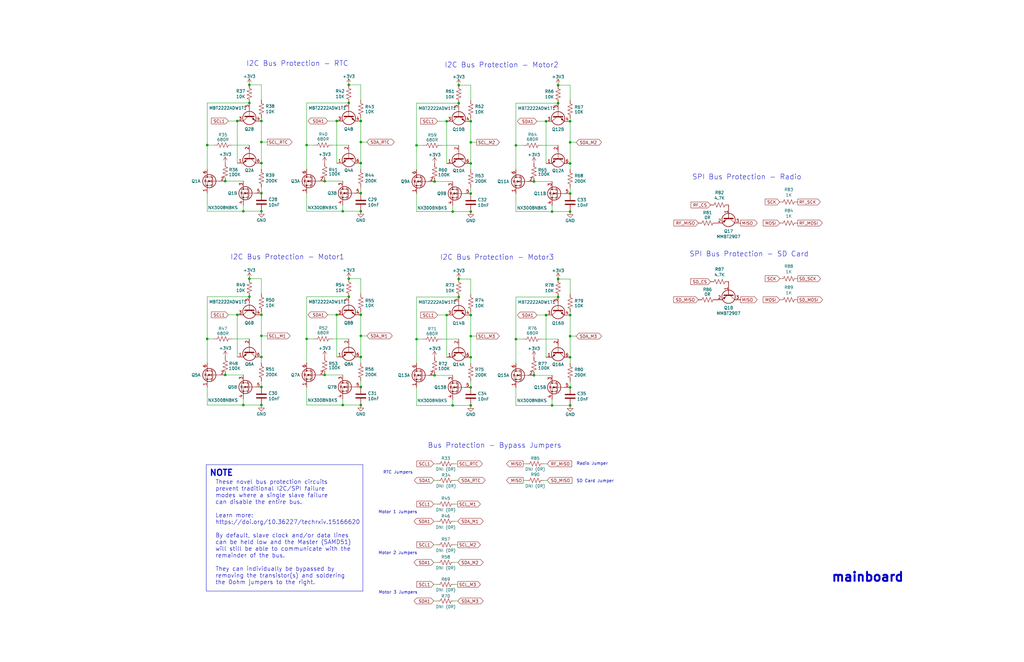
<source format=kicad_sch>
(kicad_sch (version 20230121) (generator eeschema)
  (paper "B")
  (title_block (title "PyCubed Mini") (date "2023-04-11") (rev "B3/02") (company "RExLab Carnegie Mellon University") (comment 1 "Z.Manchester") (comment 2 "N.Khera") (comment 3 "M.Holliday"))
  (junction (at 240.411 163.449))
  (junction (at 110.236 150.622))
  (junction (at 105.156 43.434))
  (junction (at 198.501 163.449))
  (junction (at 235.331 117.729))
  (junction (at 217.551 61.341))
  (junction (at 147.066 125.222))
  (junction (at 240.411 89.281))
  (junction (at 141.986 132.842))
  (junction (at 100.076 132.842))
  (junction (at 217.551 143.129))
  (junction (at 136.906 76.454))
  (junction (at 198.501 60.071))
  (junction (at 94.996 76.454))
  (junction (at 190.881 89.281))
  (junction (at 175.641 143.129))
  (junction (at 152.146 163.322))
  (junction (at 198.501 141.859))
  (junction (at 144.526 170.942))
  (junction (at 110.236 132.842))
  (junction (at 193.421 43.561))
  (junction (at 235.331 43.561))
  (junction (at 110.236 59.944))
  (junction (at 152.146 68.834))
  (junction (at 198.501 89.281))
  (junction (at 225.171 158.369))
  (junction (at 235.331 125.349))
  (junction (at 152.146 81.534))
  (junction (at 144.526 89.154))
  (junction (at 232.791 171.069))
  (junction (at 193.421 125.349))
  (junction (at 152.146 51.054))
  (junction (at 147.066 117.602))
  (junction (at 225.171 76.581))
  (junction (at 141.986 51.054))
  (junction (at 198.501 171.069))
  (junction (at 152.146 89.154))
  (junction (at 240.411 141.859))
  (junction (at 152.146 150.622))
  (junction (at 240.411 171.069))
  (junction (at 240.411 60.071))
  (junction (at 110.236 68.834))
  (junction (at 110.236 170.942))
  (junction (at 105.156 125.222))
  (junction (at 232.791 89.281))
  (junction (at 230.251 132.969))
  (junction (at 152.146 132.842))
  (junction (at 175.641 61.341))
  (junction (at 105.156 117.602))
  (junction (at 240.411 132.969))
  (junction (at 235.331 35.941))
  (junction (at 87.376 61.214))
  (junction (at 190.881 171.069))
  (junction (at 102.616 89.154))
  (junction (at 129.286 143.002))
  (junction (at 240.411 51.181))
  (junction (at 110.236 163.322))
  (junction (at 100.076 51.054))
  (junction (at 198.501 68.961))
  (junction (at 198.501 81.661))
  (junction (at 230.251 51.181))
  (junction (at 105.156 35.814))
  (junction (at 240.411 150.749))
  (junction (at 110.236 141.732))
  (junction (at 198.501 51.181))
  (junction (at 94.996 158.242))
  (junction (at 147.066 43.434))
  (junction (at 152.146 170.942))
  (junction (at 188.341 51.181))
  (junction (at 136.906 158.242))
  (junction (at 193.421 117.729))
  (junction (at 102.616 170.942))
  (junction (at 198.501 132.969))
  (junction (at 110.236 51.054))
  (junction (at 87.376 143.002))
  (junction (at 152.146 59.944))
  (junction (at 147.066 35.814))
  (junction (at 198.501 150.749))
  (junction (at 193.421 35.941))
  (junction (at 110.236 81.534))
  (junction (at 188.341 132.969))
  (junction (at 183.261 76.581))
  (junction (at 129.286 61.214))
  (junction (at 240.411 68.961))
  (junction (at 240.411 81.661))
  (junction (at 152.146 141.732))
  (junction (at 110.236 89.154))
  (junction (at 183.261 158.369))
  (wire (pts (xy 141.986 51.054) (xy 141.986 68.834)))
  (wire (pts (xy 193.04 253.619) (xy 191.77 253.619)))
  (wire (pts (xy 175.641 43.561) (xy 193.421 43.561)))
  (wire (pts (xy 110.236 117.602) (xy 105.156 117.602)))
  (wire (pts (xy 240.411 35.941) (xy 235.331 35.941)))
  (wire (pts (xy 175.641 89.281) (xy 190.881 89.281)))
  (wire (pts (xy 87.376 89.154) (xy 102.616 89.154)))
  (wire (pts (xy 201.041 60.071) (xy 198.501 60.071)))
  (wire (pts (xy 87.376 143.002) (xy 87.376 125.222)))
  (wire (pts (xy 198.501 60.071) (xy 198.501 51.181)))
  (wire (pts (xy 129.286 81.534) (xy 129.286 89.154)))
  (wire (pts (xy 152.146 42.164) (xy 152.146 35.814)))
  (wire (pts (xy 129.286 143.002) (xy 129.286 125.222)))
  (wire (pts (xy 110.236 42.164) (xy 110.236 35.814)))
  (wire (pts (xy 87.376 61.214) (xy 87.376 43.434)))
  (wire (pts (xy 110.236 71.374) (xy 110.236 68.834)))
  (wire (pts (xy 240.411 153.289) (xy 240.411 150.749)))
  (wire (pts (xy 198.501 131.699) (xy 198.501 132.969)))
  (wire (pts (xy 193.04 219.964) (xy 191.77 219.964)))
  (wire (pts (xy 144.526 168.402) (xy 144.526 170.942)))
  (wire (pts (xy 220.599 195.707) (xy 221.869 195.707)))
  (wire (pts (xy 201.041 141.859) (xy 198.501 141.859)))
  (wire (pts (xy 232.791 86.741) (xy 232.791 89.281)))
  (wire (pts (xy 230.759 195.707) (xy 229.489 195.707)))
  (wire (pts (xy 129.286 43.434) (xy 147.066 43.434)))
  (wire (pts (xy 183.261 76.581) (xy 190.881 76.581)))
  (wire (pts (xy 87.376 61.214) (xy 90.17 61.214)))
  (wire (pts (xy 102.616 168.402) (xy 102.616 170.942)))
  (wire (pts (xy 188.341 132.969) (xy 188.341 150.749)))
  (wire (pts (xy 230.251 51.181) (xy 230.251 68.961)))
  (wire (pts (xy 129.286 163.322) (xy 129.286 170.942)))
  (wire (pts (xy 94.996 158.242) (xy 102.616 158.242)))
  (wire (pts (xy 129.286 89.154) (xy 144.526 89.154)))
  (wire (pts (xy 175.641 143.129) (xy 178.435 143.129)))
  (wire (pts (xy 129.286 61.214) (xy 132.461 61.214)))
  (wire (pts (xy 198.501 68.961) (xy 198.501 60.071)))
  (wire (pts (xy 193.421 143.129) (xy 186.055 143.129)))
  (wire (pts (xy 190.881 89.281) (xy 198.501 89.281)))
  (wire (pts (xy 193.421 61.341) (xy 186.055 61.341)))
  (wire (pts (xy 240.411 42.291) (xy 240.411 35.941)))
  (wire (pts (xy 230.251 132.969) (xy 230.251 150.749)))
  (wire (pts (xy 94.996 76.454) (xy 102.616 76.454)))
  (wire (pts (xy 240.411 150.749) (xy 240.411 141.859)))
  (wire (pts (xy 152.146 123.952) (xy 152.146 117.602)))
  (wire (pts (xy 217.551 81.661) (xy 217.551 89.281)))
  (wire (pts (xy 138.176 51.054) (xy 141.986 51.054)))
  (wire (pts (xy 198.501 71.501) (xy 198.501 68.961)))
  (wire (pts (xy 230.759 202.692) (xy 229.489 202.692)))
  (wire (pts (xy 152.146 117.602) (xy 147.066 117.602)))
  (wire (pts (xy 102.616 89.154) (xy 110.236 89.154)))
  (wire (pts (xy 198.501 49.911) (xy 198.501 51.181)))
  (wire (pts (xy 152.146 150.622) (xy 152.146 141.732)))
  (wire (pts (xy 217.551 61.341) (xy 220.726 61.341)))
  (wire (pts (xy 175.641 143.129) (xy 175.641 125.349)))
  (wire (pts (xy 226.441 51.181) (xy 230.251 51.181)))
  (wire (pts (xy 129.286 61.214) (xy 129.286 43.434)))
  (polyline (pts (xy 153.035 196.088) (xy 86.995 196.088)))
  (wire (pts (xy 193.04 229.87) (xy 191.77 229.87)))
  (wire (pts (xy 152.146 59.944) (xy 152.146 51.054)))
  (wire (pts (xy 152.146 131.572) (xy 152.146 132.842)))
  (wire (pts (xy 217.551 143.129) (xy 217.551 125.349)))
  (wire (pts (xy 182.88 195.707) (xy 184.15 195.707)))
  (wire (pts (xy 152.146 160.782) (xy 152.146 163.322)))
  (wire (pts (xy 147.066 143.002) (xy 140.081 143.002)))
  (wire (pts (xy 240.411 160.909) (xy 240.411 163.449)))
  (wire (pts (xy 182.88 253.619) (xy 184.15 253.619)))
  (wire (pts (xy 110.236 59.944) (xy 110.236 51.054)))
  (wire (pts (xy 87.376 71.374) (xy 87.376 61.214)))
  (wire (pts (xy 240.411 60.071) (xy 240.411 51.181)))
  (wire (pts (xy 217.551 43.561) (xy 235.331 43.561)))
  (wire (pts (xy 242.951 141.859) (xy 240.411 141.859)))
  (wire (pts (xy 129.286 71.374) (xy 129.286 61.214)))
  (wire (pts (xy 175.641 125.349) (xy 193.421 125.349)))
  (wire (pts (xy 182.88 212.725) (xy 184.15 212.725)))
  (wire (pts (xy 110.236 131.572) (xy 110.236 132.842)))
  (wire (pts (xy 242.951 60.071) (xy 240.411 60.071)))
  (wire (pts (xy 129.286 125.222) (xy 147.066 125.222)))
  (wire (pts (xy 188.341 51.181) (xy 188.341 68.961)))
  (wire (pts (xy 193.04 237.363) (xy 191.77 237.363)))
  (wire (pts (xy 105.156 61.214) (xy 97.79 61.214)))
  (wire (pts (xy 220.599 202.692) (xy 221.869 202.692)))
  (wire (pts (xy 217.551 153.289) (xy 217.551 143.129)))
  (wire (pts (xy 182.88 229.87) (xy 184.15 229.87)))
  (wire (pts (xy 175.641 61.341) (xy 175.641 43.561)))
  (wire (pts (xy 182.88 246.634) (xy 184.15 246.634)))
  (wire (pts (xy 240.411 131.699) (xy 240.411 132.969)))
  (wire (pts (xy 232.791 168.529) (xy 232.791 171.069)))
  (wire (pts (xy 183.261 158.369) (xy 190.881 158.369)))
  (wire (pts (xy 175.641 61.341) (xy 178.435 61.341)))
  (wire (pts (xy 105.156 143.002) (xy 97.79 143.002)))
  (wire (pts (xy 87.376 81.534) (xy 87.376 89.154)))
  (wire (pts (xy 110.236 141.732) (xy 110.236 132.842)))
  (wire (pts (xy 110.236 68.834) (xy 110.236 59.944)))
  (wire (pts (xy 87.376 143.002) (xy 90.17 143.002)))
  (polyline (pts (xy 86.995 249.428) (xy 153.035 249.428)))
  (wire (pts (xy 87.376 43.434) (xy 105.156 43.434)))
  (wire (pts (xy 87.376 153.162) (xy 87.376 143.002)))
  (wire (pts (xy 182.88 237.363) (xy 184.15 237.363)))
  (wire (pts (xy 87.376 125.222) (xy 105.156 125.222)))
  (wire (pts (xy 136.906 158.242) (xy 144.526 158.242)))
  (wire (pts (xy 198.501 153.289) (xy 198.501 150.749)))
  (wire (pts (xy 152.146 141.732) (xy 152.146 132.842)))
  (wire (pts (xy 184.531 51.181) (xy 188.341 51.181)))
  (wire (pts (xy 198.501 124.079) (xy 198.501 117.729)))
  (wire (pts (xy 182.88 219.964) (xy 184.15 219.964)))
  (wire (pts (xy 129.286 153.162) (xy 129.286 143.002)))
  (wire (pts (xy 175.641 163.449) (xy 175.641 171.069)))
  (wire (pts (xy 198.501 141.859) (xy 198.501 132.969)))
  (wire (pts (xy 154.686 59.944) (xy 152.146 59.944)))
  (wire (pts (xy 240.411 117.729) (xy 235.331 117.729)))
  (wire (pts (xy 112.776 59.944) (xy 110.236 59.944)))
  (wire (pts (xy 240.411 49.911) (xy 240.411 51.181)))
  (wire (pts (xy 144.526 89.154) (xy 152.146 89.154)))
  (wire (pts (xy 240.411 79.121) (xy 240.411 81.661)))
  (wire (pts (xy 232.791 89.281) (xy 240.411 89.281)))
  (wire (pts (xy 190.881 86.741) (xy 190.881 89.281)))
  (wire (pts (xy 152.146 35.814) (xy 147.066 35.814)))
  (wire (pts (xy 193.04 246.634) (xy 191.77 246.634)))
  (wire (pts (xy 235.331 61.341) (xy 228.346 61.341)))
  (wire (pts (xy 136.906 76.454) (xy 144.526 76.454)))
  (wire (pts (xy 184.531 132.969) (xy 188.341 132.969)))
  (wire (pts (xy 240.411 124.079) (xy 240.411 117.729)))
  (wire (pts (xy 175.641 153.289) (xy 175.641 143.129)))
  (wire (pts (xy 100.076 132.842) (xy 100.076 150.622)))
  (wire (pts (xy 154.686 141.732) (xy 152.146 141.732)))
  (wire (pts (xy 152.146 153.162) (xy 152.146 150.622)))
  (wire (pts (xy 87.376 163.322) (xy 87.376 170.942)))
  (wire (pts (xy 110.236 49.784) (xy 110.236 51.054)))
  (polyline (pts (xy 86.995 196.088) (xy 86.995 249.428)))
  (wire (pts (xy 152.146 49.784) (xy 152.146 51.054)))
  (wire (pts (xy 232.791 171.069) (xy 240.411 171.069)))
  (wire (pts (xy 102.616 170.942) (xy 110.236 170.942)))
  (wire (pts (xy 112.776 141.732) (xy 110.236 141.732)))
  (wire (pts (xy 144.526 170.942) (xy 152.146 170.942)))
  (wire (pts (xy 138.176 132.842) (xy 141.986 132.842)))
  (wire (pts (xy 198.501 150.749) (xy 198.501 141.859)))
  (wire (pts (xy 110.236 123.952) (xy 110.236 117.602)))
  (wire (pts (xy 144.526 86.614) (xy 144.526 89.154)))
  (wire (pts (xy 225.171 76.581) (xy 232.791 76.581)))
  (wire (pts (xy 226.441 132.969) (xy 230.251 132.969)))
  (wire (pts (xy 87.376 170.942) (xy 102.616 170.942)))
  (wire (pts (xy 96.266 132.842) (xy 100.076 132.842)))
  (wire (pts (xy 193.04 212.725) (xy 191.77 212.725)))
  (wire (pts (xy 100.076 51.054) (xy 100.076 68.834)))
  (polyline (pts (xy 153.035 249.428) (xy 153.035 196.088)))
  (wire (pts (xy 110.236 78.994) (xy 110.236 81.534)))
  (wire (pts (xy 152.146 78.994) (xy 152.146 81.534)))
  (wire (pts (xy 217.551 143.129) (xy 220.726 143.129)))
  (wire (pts (xy 110.236 35.814) (xy 105.156 35.814)))
  (wire (pts (xy 198.501 160.909) (xy 198.501 163.449)))
  (wire (pts (xy 110.236 153.162) (xy 110.236 150.622)))
  (wire (pts (xy 217.551 125.349) (xy 235.331 125.349)))
  (wire (pts (xy 190.881 171.069) (xy 198.501 171.069)))
  (wire (pts (xy 198.501 117.729) (xy 193.421 117.729)))
  (wire (pts (xy 240.411 68.961) (xy 240.411 60.071)))
  (wire (pts (xy 198.501 42.291) (xy 198.501 35.941)))
  (wire (pts (xy 102.616 86.614) (xy 102.616 89.154)))
  (wire (pts (xy 217.551 71.501) (xy 217.551 61.341)))
  (wire (pts (xy 147.066 61.214) (xy 140.081 61.214)))
  (wire (pts (xy 225.171 158.369) (xy 232.791 158.369)))
  (wire (pts (xy 129.286 170.942) (xy 144.526 170.942)))
  (wire (pts (xy 240.411 71.501) (xy 240.411 68.961)))
  (wire (pts (xy 110.236 160.782) (xy 110.236 163.322)))
  (wire (pts (xy 152.146 68.834) (xy 152.146 59.944)))
  (wire (pts (xy 217.551 163.449) (xy 217.551 171.069)))
  (wire (pts (xy 175.641 81.661) (xy 175.641 89.281)))
  (wire (pts (xy 175.641 171.069) (xy 190.881 171.069)))
  (wire (pts (xy 129.286 143.002) (xy 132.461 143.002)))
  (wire (pts (xy 152.146 71.374) (xy 152.146 68.834)))
  (wire (pts (xy 217.551 89.281) (xy 232.791 89.281)))
  (wire (pts (xy 190.881 168.529) (xy 190.881 171.069)))
  (wire (pts (xy 193.04 195.707) (xy 191.77 195.707)))
  (wire (pts (xy 96.266 51.054) (xy 100.076 51.054)))
  (wire (pts (xy 183.007 202.692) (xy 184.277 202.692)))
  (wire (pts (xy 110.236 150.622) (xy 110.236 141.732)))
  (wire (pts (xy 217.551 171.069) (xy 232.791 171.069)))
  (wire (pts (xy 193.04 202.692) (xy 191.897 202.692)))
  (wire (pts (xy 198.501 35.941) (xy 193.421 35.941)))
  (wire (pts (xy 217.551 61.341) (xy 217.551 43.561)))
  (wire (pts (xy 198.501 79.121) (xy 198.501 81.661)))
  (wire (pts (xy 240.411 141.859) (xy 240.411 132.969)))
  (wire (pts (xy 175.641 71.501) (xy 175.641 61.341)))
  (wire (pts (xy 235.331 143.129) (xy 228.346 143.129)))
  (wire (pts (xy 141.986 132.842) (xy 141.986 150.622)))
  (text "Motor 3 Jumpers" (at 159.639 250.825 0) (effects (font (size 1.27 1.27)) (justify left bottom)))
  (text "I2C Bus Protection - RTC" (at 103.886 28.194 0) (effects (font (size 2.159 2.159)) (justify left bottom)))
  (text "I2C Bus Protection - Motor3" (at 185.547 109.982 0) (effects (font (size 2.159 2.159)) (justify left bottom)))
  (text "I2C Bus Protection - Motor2" (at 187.452 28.829 0) (effects (font (size 2.159 2.159)) (justify left bottom)))
  (text "Motor 1 Jumpers" (at 159.512 216.916 0) (effects (font (size 1.27 1.27)) (justify left bottom)))
  (text "NOTE" (at 88.265 201.168 0) (effects (font (size 2.54 2.54) (thickness 0.508) bold) (justify left bottom)))
  (text "SPI Bus Protection - SD Card" (at 290.703 108.585 0) (effects (font (size 2.159 2.159)) (justify left bottom)))
  (text "Bus Protection - Bypass Jumpers" (at 180.34 189.357 0) (effects (font (size 2.159 2.159)) (justify left bottom)))
  (text "I2C Bus Protection - Motor1" (at 97.155 109.855 0) (effects (font (size 2.159 2.159)) (justify left bottom)))
  (text "RTC Jumpers" (at 161.544 200.152 0) (effects (font (size 1.27 1.27)) (justify left bottom)))
  (text "Radio Jumper" (at 243.078 196.469 0) (effects (font (size 1.27 1.27)) (justify left bottom)))
  (text "mainboard" (at 350.393 245.872 0) (effects (font (size 3.81 3.81) (thickness 0.7976) bold) (justify left bottom)))
  (text "SPI Bus Protection - Radio" (at 291.846 76.073 0) (effects (font (size 2.159 2.159)) (justify left bottom)))
  (text "SD Card Jumper" (at 243.078 203.835 0) (effects (font (size 1.27 1.27)) (justify left bottom)))
  (text "Motor 2 Jumpers" (at 159.512 234.188 0) (effects (font (size 1.27 1.27)) (justify left bottom)))
  (text "These novel bus protection circuits\nprevent traditional I2C/SPI failure \nmodes where a single slave failure\ncan disable the entire bus.\n\nLearn more: \nhttps://doi.org/10.36227/techrxiv.15166620\n\nBy default, slave clock and/or data lines \ncan be held low and the Master (SAMD51) \nwill still be able to communicate with the \nremainder of the bus.\n\nThey can individually be bypassed by \nremoving the transistor(s) and soldering\nthe 0ohm jumpers to the right." (at 90.805 246.888 0) (effects (font (size 1.7526 1.7526)) (justify left bottom)))
  (global_label "SCL_M1" (shape output) (at 112.776 141.732 0) (property "Intersheetrefs" "${INTERSHEET_REFS}" (effects hide)))
  (global_label "SCL1" (shape input) (at 182.88 195.707 180) (property "Intersheetrefs" "${INTERSHEET_REFS}" (effects hide)))
  (global_label "SDA1" (shape bidirectional) (at 183.007 202.692 180) (property "Intersheetrefs" "${INTERSHEET_REFS}" (effects hide)))
  (global_label "SDA_RTC" (shape bidirectional) (at 154.686 59.944 0) (property "Intersheetrefs" "${INTERSHEET_REFS}" (effects hide)))
  (global_label "SCK" (shape input) (at 328.803 85.217 180) (property "Intersheetrefs" "${INTERSHEET_REFS}" (effects hide)))
  (global_label "SDA1" (shape bidirectional) (at 182.88 253.619 180) (property "Intersheetrefs" "${INTERSHEET_REFS}" (effects hide)))
  (global_label "SCL1" (shape input) (at 182.88 246.634 180) (property "Intersheetrefs" "${INTERSHEET_REFS}" (effects hide)))
  (global_label "SDA1" (shape bidirectional) (at 226.441 51.181 180) (property "Intersheetrefs" "${INTERSHEET_REFS}" (effects hide)))
  (global_label "SDA1" (shape bidirectional) (at 138.176 51.054 180) (property "Intersheetrefs" "${INTERSHEET_REFS}" (effects hide)))
  (global_label "SDA_M2" (shape bidirectional) (at 193.04 237.363 0) (property "Intersheetrefs" "${INTERSHEET_REFS}" (effects hide)))
  (global_label "SD_SCK" (shape output) (at 336.423 117.602 0) (property "Intersheetrefs" "${INTERSHEET_REFS}" (effects hide)))
  (global_label "SD_CS" (shape input) (at 299.593 118.872 180) (property "Intersheetrefs" "${INTERSHEET_REFS}" (effects hide)))
  (global_label "SDA_M1" (shape bidirectional) (at 193.04 219.964 0) (property "Intersheetrefs" "${INTERSHEET_REFS}" (effects hide)))
  (global_label "SDA1" (shape bidirectional) (at 182.88 237.363 180) (property "Intersheetrefs" "${INTERSHEET_REFS}" (effects hide)))
  (global_label "SCL1" (shape input) (at 182.88 229.87 180) (property "Intersheetrefs" "${INTERSHEET_REFS}" (effects hide)))
  (global_label "SCL1" (shape input) (at 184.531 51.181 180) (property "Intersheetrefs" "${INTERSHEET_REFS}" (effects hide)))
  (global_label "SCL_M1" (shape output) (at 193.04 212.725 0) (property "Intersheetrefs" "${INTERSHEET_REFS}" (effects hide)))
  (global_label "SCL1" (shape input) (at 182.88 212.725 180) (property "Intersheetrefs" "${INTERSHEET_REFS}" (effects hide)))
  (global_label "SCL1" (shape input) (at 184.531 132.969 180) (property "Intersheetrefs" "${INTERSHEET_REFS}" (effects hide)))
  (global_label "SCL1" (shape input) (at 96.266 51.054 180) (property "Intersheetrefs" "${INTERSHEET_REFS}" (effects hide)))
  (global_label "SCK" (shape input) (at 328.803 117.602 180) (property "Intersheetrefs" "${INTERSHEET_REFS}" (effects hide)))
  (global_label "SDA1" (shape bidirectional) (at 138.176 132.842 180) (property "Intersheetrefs" "${INTERSHEET_REFS}" (effects hide)))
  (global_label "SDA1" (shape bidirectional) (at 226.441 132.969 180) (property "Intersheetrefs" "${INTERSHEET_REFS}" (effects hide)))
  (global_label "SDA_M3" (shape bidirectional) (at 242.951 141.859 0) (property "Intersheetrefs" "${INTERSHEET_REFS}" (effects hide)))
  (global_label "SCL_RTC" (shape output) (at 193.04 195.707 0) (property "Intersheetrefs" "${INTERSHEET_REFS}" (effects hide)))
  (global_label "RF_MOSI" (shape output) (at 336.423 94.107 0) (property "Intersheetrefs" "${INTERSHEET_REFS}" (effects hide)))
  (global_label "SD_MISO" (shape input) (at 294.513 126.492 180) (property "Intersheetrefs" "${INTERSHEET_REFS}" (effects hide)))
  (global_label "SCL1" (shape input) (at 96.266 132.842 180) (property "Intersheetrefs" "${INTERSHEET_REFS}" (effects hide)))
  (global_label "SD_MOSI" (shape output) (at 336.423 126.492 0) (property "Intersheetrefs" "${INTERSHEET_REFS}" (effects hide)))
  (global_label "SD_MISO" (shape input) (at 230.759 202.692 0) (property "Intersheetrefs" "${INTERSHEET_REFS}" (effects hide)))
  (global_label "SDA1" (shape bidirectional) (at 182.88 219.964 180) (property "Intersheetrefs" "${INTERSHEET_REFS}" (effects hide)))
  (global_label "SCL_RTC" (shape output) (at 112.776 59.944 0) (property "Intersheetrefs" "${INTERSHEET_REFS}" (effects hide)))
  (global_label "RF_MISO" (shape input) (at 230.759 195.707 0) (property "Intersheetrefs" "${INTERSHEET_REFS}" (effects hide)))
  (global_label "SDA_RTC" (shape bidirectional) (at 193.04 202.692 0) (property "Intersheetrefs" "${INTERSHEET_REFS}" (effects hide)))
  (global_label "RF_SCK" (shape output) (at 336.423 85.217 0) (property "Intersheetrefs" "${INTERSHEET_REFS}" (effects hide)))
  (global_label "MISO" (shape output) (at 220.599 195.707 180) (property "Intersheetrefs" "${INTERSHEET_REFS}" (effects hide)))
  (global_label "MISO" (shape output) (at 312.293 94.107 0) (property "Intersheetrefs" "${INTERSHEET_REFS}" (effects hide)))
  (global_label "RF_CS" (shape input) (at 299.593 86.487 180) (property "Intersheetrefs" "${INTERSHEET_REFS}" (effects hide)))
  (global_label "SDA_M3" (shape bidirectional) (at 193.04 253.619 0) (property "Intersheetrefs" "${INTERSHEET_REFS}" (effects hide)))
  (global_label "MOSI" (shape input) (at 328.803 94.107 180) (property "Intersheetrefs" "${INTERSHEET_REFS}" (effects hide)))
  (global_label "SCL_M2" (shape output) (at 193.04 229.87 0) (property "Intersheetrefs" "${INTERSHEET_REFS}" (effects hide)))
  (global_label "MISO" (shape output) (at 312.293 126.492 0) (property "Intersheetrefs" "${INTERSHEET_REFS}" (effects hide)))
  (global_label "MOSI" (shape input) (at 328.803 126.492 180) (property "Intersheetrefs" "${INTERSHEET_REFS}" (effects hide)))
  (global_label "SCL_M3" (shape output) (at 193.04 246.634 0) (property "Intersheetrefs" "${INTERSHEET_REFS}" (effects hide)))
  (global_label "SCL_M3" (shape output) (at 201.041 141.859 0) (property "Intersheetrefs" "${INTERSHEET_REFS}" (effects hide)))
  (global_label "SDA_M1" (shape bidirectional) (at 154.686 141.732 0) (property "Intersheetrefs" "${INTERSHEET_REFS}" (effects hide)))
  (global_label "MISO" (shape output) (at 220.599 202.692 180) (property "Intersheetrefs" "${INTERSHEET_REFS}" (effects hide)))
  (global_label "RF_MISO" (shape input) (at 294.513 94.107 180) (property "Intersheetrefs" "${INTERSHEET_REFS}" (effects hide)))
  (global_label "SCL_M2" (shape output) (at 201.041 60.071 0) (property "Intersheetrefs" "${INTERSHEET_REFS}" (effects hide)))
  (global_label "SDA_M2" (shape bidirectional) (at 242.951 60.071 0) (property "Intersheetrefs" "${INTERSHEET_REFS}" (effects hide)))
  (symbol (lib_id "Transistor_BJT:MBT2222ADW1T1") (at 193.421 66.421 270) (unit 1)
    (property "Reference" "Q10" (at 193.421 72.009 90))
    (property "Value" "MBT2222ADW1T1" (effects hide))
    (property "Footprint" "Package_TO_SOT_SMD:SOT-363_SC-70-6" (effects hide))
    (property "Datasheet" "http://www.onsemi.com/pub_link/Collateral/MBT2222ADW1T1-D.PDF" (effects hide))
    (property "Description" "Dual NPN BJT - 2NPN" (effects hide))
    (property "Flight" "MBT2222ADW1T1G" (effects hide))
    (property "Manufacturer_Name" "ON Semiconductor" (effects hide))
    (property "Manufacturer_Part_Number" "MBT2222ADW1T1G" (effects hide))
    (property "Proto" "MBT2222ADW1T1G" (effects hide))
  )
  (symbol (lib_id "Device:R_US") (at 298.323 126.492 270) (unit 1)
    (property "Reference" "R86" (at 298.323 122.174 90))
    (property "Value" "0R" (at 298.323 124.206 90))
    (property "Footprint" "Resistor_SMD:R_0603_1608Metric" (effects hide))
    (property "Description" "0 0603" (effects hide))
  )
  (symbol (lib_id "Device:R_US") (at 225.679 202.692 270) (unit 1)
    (property "Reference" "R90" (at 225.679 200.279 90))
    (property "Value" "DNI (0R)" (at 225.679 205.105 90))
    (property "Footprint" "Resistor_SMD:R_0603_1608Metric" (effects hide))
    (property "DNI" "DNI" (effects hide))
    (property "Description" "0 0603" (effects hide))
  )
  (symbol (lib_id "Transistor_BJT:MBT2222ADW1T1") (at 235.331 66.421 270) (unit 1)
    (property "Reference" "Q12" (at 235.331 72.009 90))
    (property "Value" "MBT2222ADW1T1" (effects hide))
    (property "Footprint" "Package_TO_SOT_SMD:SOT-363_SC-70-6" (effects hide))
    (property "Datasheet" "http://www.onsemi.com/pub_link/Collateral/MBT2222ADW1T1-D.PDF" (effects hide))
    (property "Description" "Dual NPN BJT - 2NPN" (effects hide))
    (property "Flight" "MBT2222ADW1T1G" (effects hide))
    (property "Manufacturer_Name" "ON Semiconductor" (effects hide))
    (property "Manufacturer_Part_Number" "MBT2222ADW1T1G" (effects hide))
    (property "Proto" "MBT2222ADW1T1G" (effects hide))
  )
  (symbol (lib_id "power:GND") (at 110.236 89.154 0) (unit 1)
    (property "Reference" "#PWR0144" (effects hide))
    (property "Value" "GND" (at 110.236 92.964 0))
  )
  (symbol (lib_id "Device:R_US") (at 110.236 45.974 0) (unit 1)
    (property "Reference" "R38" (at 111.9632 44.8056 0) (effects (justify left)))
    (property "Value" "10K" (at 111.9632 47.117 0) (effects (justify left)))
    (property "Footprint" "Resistor_SMD:R_0603_1608Metric" (effects hide))
    (property "Description" "10K 0603" (effects hide))
  )
  (symbol (lib_id "power:+3V3") (at 105.156 35.814 0) (unit 1)
    (property "Reference" "#PWR0140" (effects hide))
    (property "Value" "+3V3" (at 105.156 32.258 0))
  )
  (symbol (lib_id "mainboard:NX3008NBKS") (at 192.151 163.449 0) (mirror y) (unit 2)
    (property "Reference" "Q13" (at 188.341 163.449 0) (effects (justify left)))
    (property "Value" "NX3008NBKS" (effects hide))
    (property "Footprint" "Package_TO_SOT_SMD:SOT-363_SC-70-6" (effects hide))
    (property "Datasheet" "https://assets.nexperia.com/documents/data-sheet/NX3008NBKS.pdf" (effects hide))
    (property "Description" "Dual N-Channel MOSFET - 2NMOS" (effects hide))
    (property "Manufacturer_Name" "Nexperia USA Inc." (effects hide))
    (property "Manufacturer_Part_Number" "NX3008NBKS" (effects hide))
    (property "Proto" "BSS138DWQ-7" (effects hide))
  )
  (symbol (lib_id "Device:R_US") (at 193.421 121.539 0) (unit 1)
    (property "Reference" "R73" (at 191.7192 120.3706 0) (effects (justify right)))
    (property "Value" "10K" (at 191.7192 122.682 0) (effects (justify right)))
    (property "Footprint" "Resistor_SMD:R_0603_1608Metric" (effects hide))
    (property "Description" "10K 0603" (effects hide))
  )
  (symbol (lib_id "mainboard:NX3008NBKS") (at 130.556 158.242 0) (mirror y) (unit 1)
    (property "Reference" "Q7" (at 126.492 158.242 0) (effects (justify left)))
    (property "Value" "NX3008NBKS" (at 142.367 168.91 0) (effects (justify left)))
    (property "Footprint" "Package_TO_SOT_SMD:SOT-363_SC-70-6" (effects hide))
    (property "Datasheet" "https://assets.nexperia.com/documents/data-sheet/NX3008NBKS.pdf" (effects hide))
    (property "Description" "Dual N-Channel MOSFET - 2NMOS" (effects hide))
    (property "Manufacturer_Name" "Nexperia USA Inc." (effects hide))
    (property "Manufacturer_Part_Number" "NX3008NBKS" (effects hide))
    (property "Proto" "BSS138DWQ-7" (effects hide))
  )
  (symbol (lib_id "Device:R_US") (at 136.906 154.432 0) (unit 1)
    (property "Reference" "R53" (at 138.557 153.416 0) (effects (justify left)))
    (property "Value" "100K" (at 138.557 155.194 0) (effects (justify left)))
    (property "Footprint" "Resistor_SMD:R_0603_1608Metric" (effects hide))
    (property "Description" "100K 0603" (effects hide))
  )
  (symbol (lib_id "Device:R_US") (at 183.261 72.771 0) (unit 1)
    (property "Reference" "R60" (at 184.785 71.755 0) (effects (justify left)))
    (property "Value" "100K" (at 184.658 73.787 0) (effects (justify left)))
    (property "Footprint" "Resistor_SMD:R_0603_1608Metric" (effects hide))
    (property "Description" "100K 0603" (effects hide))
  )
  (symbol (lib_id "mainboard:NX3008NBKS") (at 103.886 163.322 0) (mirror y) (unit 2)
    (property "Reference" "Q5" (at 100.076 163.322 0) (effects (justify left)))
    (property "Value" "NX3008NBKS" (effects hide))
    (property "Footprint" "Package_TO_SOT_SMD:SOT-363_SC-70-6" (effects hide))
    (property "Datasheet" "https://assets.nexperia.com/documents/data-sheet/NX3008NBKS.pdf" (effects hide))
    (property "Description" "Dual N-Channel MOSFET - 2NMOS" (effects hide))
    (property "Manufacturer_Name" "Nexperia USA Inc." (effects hide))
    (property "Manufacturer_Part_Number" "NX3008NBKS" (effects hide))
    (property "Proto" "BSS138DWQ-7" (effects hide))
  )
  (symbol (lib_id "power:GND") (at 152.146 170.942 0) (unit 1)
    (property "Reference" "#PWR0156" (effects hide))
    (property "Value" "GND" (at 152.146 174.752 0))
  )
  (symbol (lib_id "Transistor_BJT:MBT2222ADW1T1") (at 235.331 130.429 90) (mirror x) (unit 2)
    (property "Reference" "Q16" (at 235.331 136.398 90))
    (property "Value" "MBT2222ADW1T1" (at 226.314 127.508 90))
    (property "Footprint" "Package_TO_SOT_SMD:SOT-363_SC-70-6" (effects hide))
    (property "Datasheet" "http://www.onsemi.com/pub_link/Collateral/MBT2222ADW1T1-D.PDF" (effects hide))
    (property "Description" "Dual NPN BJT - 2NPN" (effects hide))
    (property "Flight" "MBT2222ADW1T1G" (effects hide))
    (property "Manufacturer_Name" "ON Semiconductor" (effects hide))
    (property "Manufacturer_Part_Number" "MBT2222ADW1T1G" (effects hide))
    (property "Proto" "MBT2222ADW1T1G" (effects hide))
  )
  (symbol (lib_id "Device:R_US") (at 187.96 246.634 270) (unit 1)
    (property "Reference" "R69" (at 187.96 244.475 90))
    (property "Value" "DNI (0R)" (at 187.96 248.92 90))
    (property "Footprint" "Resistor_SMD:R_0603_1608Metric" (effects hide))
    (property "DNI" "DNI" (effects hide))
    (property "Description" "0 0603" (effects hide))
  )
  (symbol (lib_id "Device:R_US") (at 193.421 39.751 0) (unit 1)
    (property "Reference" "R61" (at 191.7192 38.5826 0) (effects (justify right)))
    (property "Value" "10K" (at 191.7192 40.894 0) (effects (justify right)))
    (property "Footprint" "Resistor_SMD:R_0603_1608Metric" (effects hide))
    (property "Description" "10K 0603" (effects hide))
  )
  (symbol (lib_id "power:GND") (at 240.411 171.069 0) (unit 1)
    (property "Reference" "#PWR0153" (effects hide))
    (property "Value" "GND" (at 240.411 174.879 0))
  )
  (symbol (lib_id "power:+3V3") (at 105.156 117.602 0) (unit 1)
    (property "Reference" "#PWR0146" (effects hide))
    (property "Value" "+3V3" (at 105.156 114.046 0))
  )
  (symbol (lib_id "Device:R_US") (at 110.236 75.184 0) (unit 1)
    (property "Reference" "R39" (at 111.9632 74.0156 0) (effects (justify left)))
    (property "Value" "200K" (at 111.9632 76.327 0) (effects (justify left)))
    (property "Footprint" "Resistor_SMD:R_0603_1608Metric" (effects hide))
    (property "Description" "200K 0603" (effects hide))
  )
  (symbol (lib_id "mainboard:NX3008NBKS") (at 218.821 158.369 0) (mirror y) (unit 1)
    (property "Reference" "Q15" (at 214.757 158.369 0) (effects (justify left)))
    (property "Value" "NX3008NBKS" (at 230.632 169.037 0) (effects (justify left)))
    (property "Footprint" "Package_TO_SOT_SMD:SOT-363_SC-70-6" (effects hide))
    (property "Datasheet" "https://assets.nexperia.com/documents/data-sheet/NX3008NBKS.pdf" (effects hide))
    (property "Description" "Dual N-Channel MOSFET - 2NMOS" (effects hide))
    (property "Manufacturer_Name" "Nexperia USA Inc." (effects hide))
    (property "Manufacturer_Part_Number" "NX3008NBKS" (effects hide))
    (property "Proto" "BSS138DWQ-7" (effects hide))
  )
  (symbol (lib_id "Device:R_US") (at 187.96 219.964 270) (unit 1)
    (property "Reference" "R46" (at 187.96 217.805 90))
    (property "Value" "DNI (0R)" (at 187.96 222.504 90))
    (property "Footprint" "Resistor_SMD:R_0603_1608Metric" (effects hide))
    (property "DNI" "DNI" (effects hide))
    (property "Description" "0 0603" (effects hide))
  )
  (symbol (lib_id "Transistor_BJT:MBT2222ADW1T1") (at 105.156 66.294 270) (unit 1)
    (property "Reference" "Q2" (at 105.156 71.882 90))
    (property "Value" "MBT2222ADW1T1" (effects hide))
    (property "Footprint" "Package_TO_SOT_SMD:SOT-363_SC-70-6" (effects hide))
    (property "Datasheet" "http://www.onsemi.com/pub_link/Collateral/MBT2222ADW1T1-D.PDF" (effects hide))
    (property "Description" "Dual NPN BJT - 2NPN" (effects hide))
    (property "Flight" "MBT2222ADW1T1G" (effects hide))
    (property "Manufacturer_Name" "ON Semiconductor" (effects hide))
    (property "Manufacturer_Part_Number" "MBT2222ADW1T1G" (effects hide))
    (property "Proto" "MBT2222ADW1T1G" (effects hide))
  )
  (symbol (lib_id "Device:R_US") (at 147.066 39.624 0) (unit 1)
    (property "Reference" "R42" (at 145.3642 38.4556 0) (effects (justify right)))
    (property "Value" "10K" (at 145.3642 40.767 0) (effects (justify right)))
    (property "Footprint" "Resistor_SMD:R_0603_1608Metric" (effects hide))
    (property "Description" "10K 0603" (effects hide))
  )
  (symbol (lib_id "Device:R_US") (at 332.613 94.107 270) (unit 1)
    (property "Reference" "R84" (at 332.613 88.9 90))
    (property "Value" "1K" (at 332.613 91.2114 90))
    (property "Footprint" "Resistor_SMD:R_0603_1608Metric" (effects hide))
    (property "Description" "1K 0603" (effects hide))
  )
  (symbol (lib_id "Device:R_US") (at 136.271 143.002 270) (unit 1)
    (property "Reference" "R52" (at 136.271 138.43 90))
    (property "Value" "680R" (at 136.271 140.462 90))
    (property "Footprint" "Resistor_SMD:R_0603_1608Metric" (effects hide))
    (property "Description" "680 0603" (effects hide))
  )
  (symbol (lib_id "Device:C") (at 198.501 167.259 0) (unit 1)
    (property "Reference" "C34" (at 201.422 166.0906 0) (effects (justify left)))
    (property "Value" "10nF" (at 201.422 168.402 0) (effects (justify left)))
    (property "Footprint" "Capacitor_SMD:C_0603_1608Metric" (effects hide))
    (property "Description" "10nF +-10% 50V X7R" (effects hide))
  )
  (symbol (lib_id "Transistor_BJT:MBT2222ADW1T1") (at 105.156 130.302 90) (mirror x) (unit 2)
    (property "Reference" "Q6" (at 105.156 136.271 90))
    (property "Value" "MBT2222ADW1T1" (at 96.139 127.381 90))
    (property "Footprint" "Package_TO_SOT_SMD:SOT-363_SC-70-6" (effects hide))
    (property "Datasheet" "http://www.onsemi.com/pub_link/Collateral/MBT2222ADW1T1-D.PDF" (effects hide))
    (property "Description" "Dual NPN BJT - 2NPN" (effects hide))
    (property "Flight" "MBT2222ADW1T1G" (effects hide))
    (property "Manufacturer_Name" "ON Semiconductor" (effects hide))
    (property "Manufacturer_Part_Number" "MBT2222ADW1T1G" (effects hide))
    (property "Proto" "MBT2222ADW1T1G" (effects hide))
  )
  (symbol (lib_id "Device:R_US") (at 240.411 46.101 0) (unit 1)
    (property "Reference" "R67" (at 242.189 45.212 0) (effects (justify left)))
    (property "Value" "10K" (at 242.189 47.244 0) (effects (justify left)))
    (property "Footprint" "Resistor_SMD:R_0603_1608Metric" (effects hide))
    (property "Description" "10K 0603" (effects hide))
  )
  (symbol (lib_id "Device:R_US") (at 332.613 126.492 270) (unit 1)
    (property "Reference" "R89" (at 332.613 121.285 90))
    (property "Value" "1K" (at 332.613 123.5964 90))
    (property "Footprint" "Resistor_SMD:R_0603_1608Metric" (effects hide))
    (property "Description" "1K 0603" (effects hide))
  )
  (symbol (lib_id "Device:R_US") (at 240.411 127.889 0) (unit 1)
    (property "Reference" "R79" (at 242.189 127 0) (effects (justify left)))
    (property "Value" "10K" (at 242.189 129.032 0) (effects (justify left)))
    (property "Footprint" "Resistor_SMD:R_0603_1608Metric" (effects hide))
    (property "Description" "10K 0603" (effects hide))
  )
  (symbol (lib_id "Device:R_US") (at 182.245 61.341 270) (unit 1)
    (property "Reference" "R59" (at 182.245 57.023 90))
    (property "Value" "680R" (at 182.245 59.055 90))
    (property "Footprint" "Resistor_SMD:R_0603_1608Metric" (effects hide))
    (property "Description" "680 0603" (effects hide))
  )
  (symbol (lib_id "power:+3V3") (at 235.331 117.729 0) (unit 1)
    (property "Reference" "#PWR0152" (effects hide))
    (property "Value" "+3V3" (at 235.331 114.173 0))
  )
  (symbol (lib_id "Device:R_US") (at 303.403 118.872 270) (unit 1)
    (property "Reference" "R87" (at 303.403 113.665 90))
    (property "Value" "4.7K" (at 303.403 115.9764 90))
    (property "Footprint" "Resistor_SMD:R_0603_1608Metric" (effects hide))
    (property "Description" "4.7k 0603" (effects hide))
  )
  (symbol (lib_id "Device:C") (at 152.146 167.132 0) (unit 1)
    (property "Reference" "C31" (at 155.067 165.989 0) (effects (justify left)))
    (property "Value" "10nF" (at 155.067 168.275 0) (effects (justify left)))
    (property "Footprint" "Capacitor_SMD:C_0603_1608Metric" (effects hide))
    (property "Description" "10nF +-10% 50V X7R" (effects hide))
  )
  (symbol (lib_id "Device:R_US") (at 298.323 94.107 270) (unit 1)
    (property "Reference" "R81" (at 298.323 89.789 90))
    (property "Value" "0R" (at 298.323 91.821 90))
    (property "Footprint" "Resistor_SMD:R_0603_1608Metric" (effects hide))
    (property "Description" "0 0603" (effects hide))
  )
  (symbol (lib_id "power:+3V3") (at 225.171 68.961 0) (unit 1)
    (property "Reference" "#PWR0138" (effects hide))
    (property "Value" "+3V3" (at 225.171 65.278 0))
  )
  (symbol (lib_id "Device:R_US") (at 152.146 45.974 0) (unit 1)
    (property "Reference" "R43" (at 153.924 45.085 0) (effects (justify left)))
    (property "Value" "10K" (at 153.924 47.117 0) (effects (justify left)))
    (property "Footprint" "Resistor_SMD:R_0603_1608Metric" (effects hide))
    (property "Description" "10K 0603" (effects hide))
  )
  (symbol (lib_id "mainboard:MMBT2907") (at 307.213 123.952 270) (unit 1)
    (property "Reference" "Q18" (at 307.213 129.921 90))
    (property "Value" "MMBT2907" (at 307.213 132.2324 90))
    (property "Footprint" "Package_TO_SOT_SMD:SOT-23" (effects hide))
    (property "Datasheet" "https://www.diodes.com/assets/Datasheets/ds30040.pdf" (effects hide))
    (property "Description" "Single PNP BJT" (effects hide))
    (property "Flight" "MMBT2907ALT1G" (effects hide))
    (property "Manufacturer_Name" "ON Semiconductor" (effects hide))
    (property "Manufacturer_Part_Number" "MMBT2907ALT1G" (effects hide))
    (property "Proto" "MMBT2907A" (effects hide))
  )
  (symbol (lib_id "power:+3V3") (at 193.421 35.941 0) (unit 1)
    (property "Reference" "#PWR0139" (effects hide))
    (property "Value" "+3V3" (at 193.421 32.385 0))
  )
  (symbol (lib_id "Device:R_US") (at 198.501 127.889 0) (unit 1)
    (property "Reference" "R74" (at 200.2282 126.7206 0) (effects (justify left)))
    (property "Value" "10K" (at 200.2282 129.032 0) (effects (justify left)))
    (property "Footprint" "Resistor_SMD:R_0603_1608Metric" (effects hide))
    (property "Description" "10K 0603" (effects hide))
  )
  (symbol (lib_id "mainboard:NX3008NBKS") (at 130.556 76.454 0) (mirror y) (unit 1)
    (property "Reference" "Q3" (at 126.492 76.454 0) (effects (justify left)))
    (property "Value" "NX3008NBKS" (at 142.367 87.63 0) (effects (justify left)))
    (property "Footprint" "Package_TO_SOT_SMD:SOT-363_SC-70-6" (effects hide))
    (property "Datasheet" "https://assets.nexperia.com/documents/data-sheet/NX3008NBKS.pdf" (effects hide))
    (property "Description" "Dual N-Channel MOSFET - 2NMOS" (effects hide))
    (property "Manufacturer_Name" "Nexperia USA Inc." (effects hide))
    (property "Manufacturer_Part_Number" "NX3008NBKS" (effects hide))
    (property "Proto" "BSS138DWQ-7" (effects hide))
  )
  (symbol (lib_id "Device:C") (at 110.236 167.132 0) (unit 1)
    (property "Reference" "C30" (at 113.157 165.9636 0) (effects (justify left)))
    (property "Value" "10nF" (at 113.157 168.275 0) (effects (justify left)))
    (property "Footprint" "Capacitor_SMD:C_0603_1608Metric" (effects hide))
    (property "Description" "10nF +-10% 50V X7R" (effects hide))
  )
  (symbol (lib_id "power:+3V3") (at 147.066 117.602 0) (unit 1)
    (property "Reference" "#PWR0145" (effects hide))
    (property "Value" "+3V3" (at 147.066 114.046 0))
  )
  (symbol (lib_id "Transistor_BJT:MBT2222ADW1T1") (at 147.066 66.294 270) (unit 1)
    (property "Reference" "Q4" (at 147.066 71.882 90))
    (property "Value" "MBT2222ADW1T1" (effects hide))
    (property "Footprint" "Package_TO_SOT_SMD:SOT-363_SC-70-6" (effects hide))
    (property "Datasheet" "http://www.onsemi.com/pub_link/Collateral/MBT2222ADW1T1-D.PDF" (effects hide))
    (property "Description" "Dual NPN BJT - 2NPN" (effects hide))
    (property "Flight" "MBT2222ADW1T1G" (effects hide))
    (property "Manufacturer_Name" "ON Semiconductor" (effects hide))
    (property "Manufacturer_Part_Number" "MBT2222ADW1T1G" (effects hide))
    (property "Proto" "MBT2222ADW1T1G" (effects hide))
  )
  (symbol (lib_id "mainboard:NX3008NBKS") (at 88.646 76.454 0) (mirror y) (unit 1)
    (property "Reference" "Q1" (at 84.582 76.454 0) (effects (justify left)))
    (property "Value" "NX3008NBKS" (at 100.33 87.63 0) (effects (justify left)))
    (property "Footprint" "Package_TO_SOT_SMD:SOT-363_SC-70-6" (effects hide))
    (property "Datasheet" "https://assets.nexperia.com/documents/data-sheet/NX3008NBKS.pdf" (effects hide))
    (property "Description" "Dual N-Channel MOSFET - 2NMOS" (effects hide))
    (property "Manufacturer_Name" "Nexperia USA Inc." (effects hide))
    (property "Manufacturer_Part_Number" "NX3008NBKS" (effects hide))
    (property "Proto" "BSS138DWQ-7" (effects hide))
  )
  (symbol (lib_id "power:+3V3") (at 136.906 150.622 0) (unit 1)
    (property "Reference" "#PWR0160" (effects hide))
    (property "Value" "+3V3" (at 136.906 146.939 0))
  )
  (symbol (lib_id "Device:R_US") (at 187.96 237.363 270) (unit 1)
    (property "Reference" "R58" (at 187.96 235.077 90))
    (property "Value" "DNI (0R)" (at 187.96 239.649 90))
    (property "Footprint" "Resistor_SMD:R_0603_1608Metric" (effects hide))
    (property "DNI" "DNI" (effects hide))
    (property "Description" "0 0603" (effects hide))
  )
  (symbol (lib_id "power:+3V3") (at 94.996 150.622 0) (unit 1)
    (property "Reference" "#PWR0154" (effects hide))
    (property "Value" "+3V3" (at 94.996 146.939 0))
  )
  (symbol (lib_id "Device:R_US") (at 182.245 143.129 270) (unit 1)
    (property "Reference" "R71" (at 182.245 138.811 90))
    (property "Value" "680R" (at 182.245 140.843 90))
    (property "Footprint" "Resistor_SMD:R_0603_1608Metric" (effects hide))
    (property "Description" "680 0603" (effects hide))
  )
  (symbol (lib_id "power:+3V3") (at 147.066 35.814 0) (unit 1)
    (property "Reference" "#PWR0141" (effects hide))
    (property "Value" "+3V3" (at 147.066 32.258 0))
  )
  (symbol (lib_id "mainboard:MMBT2907") (at 307.213 91.567 270) (unit 1)
    (property "Reference" "Q17" (at 307.213 97.536 90))
    (property "Value" "MMBT2907" (at 307.213 99.8474 90))
    (property "Footprint" "Package_TO_SOT_SMD:SOT-23" (effects hide))
    (property "Datasheet" "https://www.diodes.com/assets/Datasheets/ds30040.pdf" (effects hide))
    (property "Description" "Single PNP BJT" (effects hide))
    (property "Flight" "MMBT2907ALT1G" (effects hide))
    (property "Manufacturer_Name" "ON Semiconductor" (effects hide))
    (property "Manufacturer_Part_Number" "MMBT2907ALT1G" (effects hide))
    (property "Proto" "MMBT2907A" (effects hide))
  )
  (symbol (lib_id "mainboard:NX3008NBKS") (at 234.061 81.661 0) (mirror y) (unit 2)
    (property "Reference" "Q11" (at 230.378 81.661 0) (effects (justify left)))
    (property "Value" "NX3008NBKS" (effects hide))
    (property "Footprint" "Package_TO_SOT_SMD:SOT-363_SC-70-6" (effects hide))
    (property "Datasheet" "https://assets.nexperia.com/documents/data-sheet/NX3008NBKS.pdf" (effects hide))
    (property "Description" "Dual N-Channel MOSFET - 2NMOS" (effects hide))
    (property "Manufacturer_Name" "Nexperia USA Inc." (effects hide))
    (property "Manufacturer_Part_Number" "NX3008NBKS" (effects hide))
    (property "Proto" "BSS138DWQ-7" (effects hide))
  )
  (symbol (lib_id "Transistor_BJT:MBT2222ADW1T1") (at 235.331 148.209 270) (unit 1)
    (property "Reference" "Q16" (at 235.331 153.797 90))
    (property "Value" "MBT2222ADW1T1" (effects hide))
    (property "Footprint" "Package_TO_SOT_SMD:SOT-363_SC-70-6" (effects hide))
    (property "Datasheet" "http://www.onsemi.com/pub_link/Collateral/MBT2222ADW1T1-D.PDF" (effects hide))
    (property "Description" "Dual NPN BJT - 2NPN" (effects hide))
    (property "Flight" "MBT2222ADW1T1G" (effects hide))
    (property "Manufacturer_Name" "ON Semiconductor" (effects hide))
    (property "Manufacturer_Part_Number" "MBT2222ADW1T1G" (effects hide))
    (property "Proto" "MBT2222ADW1T1G" (effects hide))
  )
  (symbol (lib_id "Device:R_US") (at 235.331 39.751 0) (unit 1)
    (property "Reference" "R66" (at 233.6292 38.5826 0) (effects (justify right)))
    (property "Value" "10K" (at 233.6292 40.894 0) (effects (justify right)))
    (property "Footprint" "Resistor_SMD:R_0603_1608Metric" (effects hide))
    (property "Description" "10K 0603" (effects hide))
  )
  (symbol (lib_id "Device:R_US") (at 240.411 157.099 0) (unit 1)
    (property "Reference" "R80" (at 242.1382 155.9306 0) (effects (justify left)))
    (property "Value" "200K" (at 242.1382 158.242 0) (effects (justify left)))
    (property "Footprint" "Resistor_SMD:R_0603_1608Metric" (effects hide))
    (property "Description" "200K 0603" (effects hide))
  )
  (symbol (lib_id "Device:C") (at 110.236 85.344 0) (unit 1)
    (property "Reference" "C28" (at 113.157 84.1756 0) (effects (justify left)))
    (property "Value" "10nF" (at 113.157 86.487 0) (effects (justify left)))
    (property "Footprint" "Capacitor_SMD:C_0603_1608Metric" (effects hide))
    (property "Description" "10nF +-10% 50V X7R" (effects hide))
  )
  (symbol (lib_id "mainboard:NX3008NBKS") (at 103.886 81.534 0) (mirror y) (unit 2)
    (property "Reference" "Q1" (at 100.076 81.534 0) (effects (justify left)))
    (property "Value" "NX3008NBKS" (effects hide))
    (property "Footprint" "Package_TO_SOT_SMD:SOT-363_SC-70-6" (effects hide))
    (property "Datasheet" "https://assets.nexperia.com/documents/data-sheet/NX3008NBKS.pdf" (effects hide))
    (property "Description" "Dual N-Channel MOSFET - 2NMOS" (effects hide))
    (property "Manufacturer_Name" "Nexperia USA Inc." (effects hide))
    (property "Manufacturer_Part_Number" "NX3008NBKS" (effects hide))
    (property "Proto" "BSS138DWQ-7" (effects hide))
  )
  (symbol (lib_id "mainboard:NX3008NBKS") (at 192.151 81.661 0) (mirror y) (unit 2)
    (property "Reference" "Q9" (at 188.341 81.661 0) (effects (justify left)))
    (property "Value" "NX3008NBKS" (effects hide))
    (property "Footprint" "Package_TO_SOT_SMD:SOT-363_SC-70-6" (effects hide))
    (property "Datasheet" "https://assets.nexperia.com/documents/data-sheet/NX3008NBKS.pdf" (effects hide))
    (property "Description" "Dual N-Channel MOSFET - 2NMOS" (effects hide))
    (property "Manufacturer_Name" "Nexperia USA Inc." (effects hide))
    (property "Manufacturer_Part_Number" "NX3008NBKS" (effects hide))
    (property "Proto" "BSS138DWQ-7" (effects hide))
  )
  (symbol (lib_id "Transistor_BJT:MBT2222ADW1T1") (at 235.331 48.641 90) (mirror x) (unit 2)
    (property "Reference" "Q12" (at 235.331 54.61 90))
    (property "Value" "MBT2222ADW1T1" (at 226.314 45.72 90))
    (property "Footprint" "Package_TO_SOT_SMD:SOT-363_SC-70-6" (effects hide))
    (property "Datasheet" "http://www.onsemi.com/pub_link/Collateral/MBT2222ADW1T1-D.PDF" (effects hide))
    (property "Description" "Dual NPN BJT - 2NPN" (effects hide))
    (property "Flight" "MBT2222ADW1T1G" (effects hide))
    (property "Manufacturer_Name" "ON Semiconductor" (effects hide))
    (property "Manufacturer_Part_Number" "MBT2222ADW1T1G" (effects hide))
    (property "Proto" "MBT2222ADW1T1G" (effects hide))
  )
  (symbol (lib_id "Device:R_US") (at 183.261 154.559 0) (unit 1)
    (property "Reference" "R72" (at 184.785 153.543 0) (effects (justify left)))
    (property "Value" "100K" (at 184.658 155.575 0) (effects (justify left)))
    (property "Footprint" "Resistor_SMD:R_0603_1608Metric" (effects hide))
    (property "Description" "100K 0603" (effects hide))
  )
  (symbol (lib_id "mainboard:NX3008NBKS") (at 176.911 158.369 0) (mirror y) (unit 1)
    (property "Reference" "Q13" (at 172.847 158.369 0) (effects (justify left)))
    (property "Value" "NX3008NBKS" (at 188.595 169.037 0) (effects (justify left)))
    (property "Footprint" "Package_TO_SOT_SMD:SOT-363_SC-70-6" (effects hide))
    (property "Datasheet" "https://assets.nexperia.com/documents/data-sheet/NX3008NBKS.pdf" (effects hide))
    (property "Description" "Dual N-Channel MOSFET - 2NMOS" (effects hide))
    (property "Manufacturer_Name" "Nexperia USA Inc." (effects hide))
    (property "Manufacturer_Part_Number" "NX3008NBKS" (effects hide))
    (property "Proto" "BSS138DWQ-7" (effects hide))
  )
  (symbol (lib_id "Device:R_US") (at 152.146 75.184 0) (unit 1)
    (property "Reference" "R44" (at 153.8732 74.0156 0) (effects (justify left)))
    (property "Value" "200K" (at 153.8732 76.327 0) (effects (justify left)))
    (property "Footprint" "Resistor_SMD:R_0603_1608Metric" (effects hide))
    (property "Description" "200K 0603" (effects hide))
  )
  (symbol (lib_id "power:+3V3") (at 94.996 68.834 0) (unit 1)
    (property "Reference" "#PWR0137" (effects hide))
    (property "Value" "+3V3" (at 94.996 65.151 0))
  )
  (symbol (lib_id "Device:R_US") (at 303.403 86.487 270) (unit 1)
    (property "Reference" "R82" (at 303.403 81.28 90))
    (property "Value" "4.7K" (at 303.403 83.5914 90))
    (property "Footprint" "Resistor_SMD:R_0603_1608Metric" (effects hide))
    (property "Description" "4.7k 0603" (effects hide))
  )
  (symbol (lib_id "Transistor_BJT:MBT2222ADW1T1") (at 193.421 130.429 90) (mirror x) (unit 2)
    (property "Reference" "Q14" (at 193.421 136.398 90))
    (property "Value" "MBT2222ADW1T1" (at 184.404 127.508 90))
    (property "Footprint" "Package_TO_SOT_SMD:SOT-363_SC-70-6" (effects hide))
    (property "Datasheet" "http://www.onsemi.com/pub_link/Collateral/MBT2222ADW1T1-D.PDF" (effects hide))
    (property "Description" "Dual NPN BJT - 2NPN" (effects hide))
    (property "Flight" "MBT2222ADW1T1G" (effects hide))
    (property "Manufacturer_Name" "ON Semiconductor" (effects hide))
    (property "Manufacturer_Part_Number" "MBT2222ADW1T1G" (effects hide))
    (property "Proto" "MBT2222ADW1T1G" (effects hide))
  )
  (symbol (lib_id "Transistor_BJT:MBT2222ADW1T1") (at 147.066 130.302 90) (mirror x) (unit 2)
    (property "Reference" "Q8" (at 147.066 136.271 90))
    (property "Value" "MBT2222ADW1T1" (at 138.049 127.381 90))
    (property "Footprint" "Package_TO_SOT_SMD:SOT-363_SC-70-6" (effects hide))
    (property "Datasheet" "http://www.onsemi.com/pub_link/Collateral/MBT2222ADW1T1-D.PDF" (effects hide))
    (property "Description" "Dual NPN BJT - 2NPN" (effects hide))
    (property "Flight" "MBT2222ADW1T1G" (effects hide))
    (property "Manufacturer_Name" "ON Semiconductor" (effects hide))
    (property "Manufacturer_Part_Number" "MBT2222ADW1T1G" (effects hide))
    (property "Proto" "MBT2222ADW1T1G" (effects hide))
  )
  (symbol (lib_id "Device:C") (at 198.501 85.471 0) (unit 1)
    (property "Reference" "C32" (at 201.422 84.3026 0) (effects (justify left)))
    (property "Value" "10nF" (at 201.422 86.614 0) (effects (justify left)))
    (property "Footprint" "Capacitor_SMD:C_0603_1608Metric" (effects hide))
    (property "Description" "10nF +-10% 50V X7R" (effects hide))
  )
  (symbol (lib_id "Device:R_US") (at 93.98 143.002 270) (unit 1)
    (property "Reference" "R47" (at 93.98 138.684 90))
    (property "Value" "680R" (at 93.98 140.716 90))
    (property "Footprint" "Resistor_SMD:R_0603_1608Metric" (effects hide))
    (property "Description" "680 0603" (effects hide))
  )
  (symbol (lib_id "Transistor_BJT:MBT2222ADW1T1") (at 147.066 148.082 270) (unit 1)
    (property "Reference" "Q8" (at 147.066 153.67 90))
    (property "Value" "MBT2222ADW1T1" (effects hide))
    (property "Footprint" "Package_TO_SOT_SMD:SOT-363_SC-70-6" (effects hide))
    (property "Datasheet" "http://www.onsemi.com/pub_link/Collateral/MBT2222ADW1T1-D.PDF" (effects hide))
    (property "Description" "Dual NPN BJT - 2NPN" (effects hide))
    (property "Flight" "MBT2222ADW1T1G" (effects hide))
    (property "Manufacturer_Name" "ON Semiconductor" (effects hide))
    (property "Manufacturer_Part_Number" "MBT2222ADW1T1G" (effects hide))
    (property "Proto" "MBT2222ADW1T1G" (effects hide))
  )
  (symbol (lib_id "Device:R_US") (at 187.96 229.87 270) (unit 1)
    (property "Reference" "R57" (at 187.96 227.584 90))
    (property "Value" "DNI (0R)" (at 187.96 232.283 90))
    (property "Footprint" "Resistor_SMD:R_0603_1608Metric" (effects hide))
    (property "DNI" "DNI" (effects hide))
    (property "Description" "0 0603" (effects hide))
  )
  (symbol (lib_id "Device:R_US") (at 94.996 72.644 0) (unit 1)
    (property "Reference" "R36" (at 96.52 71.628 0) (effects (justify left)))
    (property "Value" "100K" (at 96.393 73.66 0) (effects (justify left)))
    (property "Footprint" "Resistor_SMD:R_0603_1608Metric" (effects hide))
    (property "Description" "100K 0603" (effects hide))
  )
  (symbol (lib_id "Device:R_US") (at 225.171 72.771 0) (unit 1)
    (property "Reference" "R65" (at 226.822 71.755 0) (effects (justify left)))
    (property "Value" "100K" (at 226.822 73.533 0) (effects (justify left)))
    (property "Footprint" "Resistor_SMD:R_0603_1608Metric" (effects hide))
    (property "Description" "100K 0603" (effects hide))
  )
  (symbol (lib_id "Device:C") (at 240.411 167.259 0) (unit 1)
    (property "Reference" "C35" (at 243.332 166.116 0) (effects (justify left)))
    (property "Value" "10nF" (at 243.332 168.402 0) (effects (justify left)))
    (property "Footprint" "Capacitor_SMD:C_0603_1608Metric" (effects hide))
    (property "Description" "10nF +-10% 50V X7R" (effects hide))
  )
  (symbol (lib_id "Transistor_BJT:MBT2222ADW1T1") (at 105.156 48.514 90) (mirror x) (unit 2)
    (property "Reference" "Q2" (at 105.156 54.483 90))
    (property "Value" "MBT2222ADW1T1" (at 96.139 45.593 90))
    (property "Footprint" "Package_TO_SOT_SMD:SOT-363_SC-70-6" (effects hide))
    (property "Datasheet" "http://www.onsemi.com/pub_link/Collateral/MBT2222ADW1T1-D.PDF" (effects hide))
    (property "Description" "Dual NPN BJT - 2NPN" (effects hide))
    (property "Flight" "MBT2222ADW1T1G" (effects hide))
    (property "Manufacturer_Name" "ON Semiconductor" (effects hide))
    (property "Manufacturer_Part_Number" "MBT2222ADW1T1G" (effects hide))
    (property "Proto" "MBT2222ADW1T1G" (effects hide))
  )
  (symbol (lib_id "mainboard:NX3008NBKS") (at 234.061 163.449 0) (mirror y) (unit 2)
    (property "Reference" "Q15" (at 230.378 163.449 0) (effects (justify left)))
    (property "Value" "NX3008NBKS" (effects hide))
    (property "Footprint" "Package_TO_SOT_SMD:SOT-363_SC-70-6" (effects hide))
    (property "Datasheet" "https://assets.nexperia.com/documents/data-sheet/NX3008NBKS.pdf" (effects hide))
    (property "Description" "Dual N-Channel MOSFET - 2NMOS" (effects hide))
    (property "Manufacturer_Name" "Nexperia USA Inc." (effects hide))
    (property "Manufacturer_Part_Number" "NX3008NBKS" (effects hide))
    (property "Proto" "BSS138DWQ-7" (effects hide))
  )
  (symbol (lib_id "Device:R_US") (at 136.271 61.214 270) (unit 1)
    (property "Reference" "R40" (at 136.271 56.642 90))
    (property "Value" "680R" (at 136.271 58.674 90))
    (property "Footprint" "Resistor_SMD:R_0603_1608Metric" (effects hide))
    (property "Description" "680 0603" (effects hide))
  )
  (symbol (lib_id "power:+3V3") (at 193.421 117.729 0) (unit 1)
    (property "Reference" "#PWR0149" (effects hide))
    (property "Value" "+3V3" (at 193.421 114.173 0))
  )
  (symbol (lib_id "mainboard:NX3008NBKS") (at 88.646 158.242 0) (mirror y) (unit 1)
    (property "Reference" "Q5" (at 84.582 158.242 0) (effects (justify left)))
    (property "Value" "NX3008NBKS" (at 100.33 168.91 0) (effects (justify left)))
    (property "Footprint" "Package_TO_SOT_SMD:SOT-363_SC-70-6" (effects hide))
    (property "Datasheet" "https://assets.nexperia.com/documents/data-sheet/NX3008NBKS.pdf" (effects hide))
    (property "Description" "Dual N-Channel MOSFET - 2NMOS" (effects hide))
    (property "Manufacturer_Name" "Nexperia USA Inc." (effects hide))
    (property "Manufacturer_Part_Number" "NX3008NBKS" (effects hide))
    (property "Proto" "BSS138DWQ-7" (effects hide))
  )
  (symbol (lib_id "Device:R_US") (at 105.156 39.624 0) (unit 1)
    (property "Reference" "R37" (at 103.4542 38.4556 0) (effects (justify right)))
    (property "Value" "10K" (at 103.4542 40.767 0) (effects (justify right)))
    (property "Footprint" "Resistor_SMD:R_0603_1608Metric" (effects hide))
    (property "Description" "10K 0603" (effects hide))
  )
  (symbol (lib_id "Device:R_US") (at 93.98 61.214 270) (unit 1)
    (property "Reference" "R35" (at 93.98 56.896 90))
    (property "Value" "680R" (at 93.98 58.928 90))
    (property "Footprint" "Resistor_SMD:R_0603_1608Metric" (effects hide))
    (property "Description" "680 0603" (effects hide))
  )
  (symbol (lib_id "Device:R_US") (at 147.066 121.412 0) (unit 1)
    (property "Reference" "R54" (at 145.3642 120.2436 0) (effects (justify right)))
    (property "Value" "10K" (at 145.3642 122.555 0) (effects (justify right)))
    (property "Footprint" "Resistor_SMD:R_0603_1608Metric" (effects hide))
    (property "Description" "10K 0603" (effects hide))
  )
  (symbol (lib_id "Device:R_US") (at 152.146 127.762 0) (unit 1)
    (property "Reference" "R55" (at 153.924 126.873 0) (effects (justify left)))
    (property "Value" "10K" (at 153.924 128.905 0) (effects (justify left)))
    (property "Footprint" "Resistor_SMD:R_0603_1608Metric" (effects hide))
    (property "Description" "10K 0603" (effects hide))
  )
  (symbol (lib_id "Device:R_US") (at 110.236 156.972 0) (unit 1)
    (property "Reference" "R51" (at 111.9632 155.8036 0) (effects (justify left)))
    (property "Value" "200K" (at 111.9632 158.115 0) (effects (justify left)))
    (property "Footprint" "Resistor_SMD:R_0603_1608Metric" (effects hide))
    (property "Description" "200K 0603" (effects hide))
  )
  (symbol (lib_id "Device:R_US") (at 94.996 154.432 0) (unit 1)
    (property "Reference" "R48" (at 96.52 153.416 0) (effects (justify left)))
    (property "Value" "100K" (at 96.393 155.448 0) (effects (justify left)))
    (property "Footprint" "Resistor_SMD:R_0603_1608Metric" (effects hide))
    (property "Description" "100K 0603" (effects hide))
  )
  (symbol (lib_id "Device:R_US") (at 224.536 143.129 270) (unit 1)
    (property "Reference" "R76" (at 224.536 138.557 90))
    (property "Value" "680R" (at 224.536 140.589 90))
    (property "Footprint" "Resistor_SMD:R_0603_1608Metric" (effects hide))
    (property "Description" "680 0603" (effects hide))
  )
  (symbol (lib_id "Device:C") (at 152.146 85.344 0) (unit 1)
    (property "Reference" "C29" (at 155.067 84.201 0) (effects (justify left)))
    (property "Value" "10nF" (at 155.067 86.487 0) (effects (justify left)))
    (property "Footprint" "Capacitor_SMD:C_0603_1608Metric" (effects hide))
    (property "Description" "10nF +-10% 50V X7R" (effects hide))
  )
  (symbol (lib_id "mainboard:NX3008NBKS") (at 145.796 163.322 0) (mirror y) (unit 2)
    (property "Reference" "Q7" (at 142.113 163.322 0) (effects (justify left)))
    (property "Value" "NX3008NBKS" (effects hide))
    (property "Footprint" "Package_TO_SOT_SMD:SOT-363_SC-70-6" (effects hide))
    (property "Datasheet" "https://assets.nexperia.com/documents/data-sheet/NX3008NBKS.pdf" (effects hide))
    (property "Description" "Dual N-Channel MOSFET - 2NMOS" (effects hide))
    (property "Manufacturer_Name" "Nexperia USA Inc." (effects hide))
    (property "Manufacturer_Part_Number" "NX3008NBKS" (effects hide))
    (property "Proto" "BSS138DWQ-7" (effects hide))
  )
  (symbol (lib_id "power:+3V3") (at 225.171 150.749 0) (unit 1)
    (property "Reference" "#PWR0159" (effects hide))
    (property "Value" "+3V3" (at 225.171 147.066 0))
  )
  (symbol (lib_id "Device:R_US") (at 188.087 202.692 270) (unit 1)
    (property "Reference" "R34" (at 188.087 200.533 90))
    (property "Value" "DNI (0R)" (at 188.087 205.105 90))
    (property "Footprint" "Resistor_SMD:R_0603_1608Metric" (effects hide))
    (property "DNI" "DNI" (effects hide))
    (property "Description" "0 0603" (effects hide))
  )
  (symbol (lib_id "Transistor_BJT:MBT2222ADW1T1") (at 193.421 48.641 90) (mirror x) (unit 2)
    (property "Reference" "Q10" (at 193.421 54.61 90))
    (property "Value" "MBT2222ADW1T1" (at 184.404 45.72 90))
    (property "Footprint" "Package_TO_SOT_SMD:SOT-363_SC-70-6" (effects hide))
    (property "Datasheet" "http://www.onsemi.com/pub_link/Collateral/MBT2222ADW1T1-D.PDF" (effects hide))
    (property "Description" "Dual NPN BJT - 2NPN" (effects hide))
    (property "Flight" "MBT2222ADW1T1G" (effects hide))
    (property "Manufacturer_Name" "ON Semiconductor" (effects hide))
    (property "Manufacturer_Part_Number" "MBT2222ADW1T1G" (effects hide))
    (property "Proto" "MBT2222ADW1T1G" (effects hide))
  )
  (symbol (lib_id "Device:R_US") (at 225.679 195.707 270) (unit 1)
    (property "Reference" "R85" (at 225.679 193.421 90))
    (property "Value" "DNI (0R)" (at 225.679 197.993 90))
    (property "Footprint" "Resistor_SMD:R_0603_1608Metric" (effects hide))
    (property "DNI" "DNI" (effects hide))
    (property "Description" "0 0603" (effects hide))
  )
  (symbol (lib_id "Transistor_BJT:MBT2222ADW1T1") (at 193.421 148.209 270) (unit 1)
    (property "Reference" "Q14" (at 193.421 153.797 90))
    (property "Value" "MBT2222ADW1T1" (effects hide))
    (property "Footprint" "Package_TO_SOT_SMD:SOT-363_SC-70-6" (effects hide))
    (property "Datasheet" "http://www.onsemi.com/pub_link/Collateral/MBT2222ADW1T1-D.PDF" (effects hide))
    (property "Description" "Dual NPN BJT - 2NPN" (effects hide))
    (property "Flight" "MBT2222ADW1T1G" (effects hide))
    (property "Manufacturer_Name" "ON Semiconductor" (effects hide))
    (property "Manufacturer_Part_Number" "MBT2222ADW1T1G" (effects hide))
    (property "Proto" "MBT2222ADW1T1G" (effects hide))
  )
  (symbol (lib_id "Device:R_US") (at 198.501 75.311 0) (unit 1)
    (property "Reference" "R63" (at 200.2282 74.1426 0) (effects (justify left)))
    (property "Value" "200K" (at 200.2282 76.454 0) (effects (justify left)))
    (property "Footprint" "Resistor_SMD:R_0603_1608Metric" (effects hide))
    (property "Description" "200K 0603" (effects hide))
  )
  (symbol (lib_id "power:GND") (at 198.501 89.281 0) (unit 1)
    (property "Reference" "#PWR0148" (effects hide))
    (property "Value" "GND" (at 198.501 93.091 0))
  )
  (symbol (lib_id "Device:C") (at 240.411 85.471 0) (unit 1)
    (property "Reference" "C33" (at 243.332 84.328 0) (effects (justify left)))
    (property "Value" "10nF" (at 243.332 86.614 0) (effects (justify left)))
    (property "Footprint" "Capacitor_SMD:C_0603_1608Metric" (effects hide))
    (property "Description" "10nF +-10% 50V X7R" (effects hide))
  )
  (symbol (lib_id "Device:R_US") (at 198.501 157.099 0) (unit 1)
    (property "Reference" "R75" (at 200.2282 155.9306 0) (effects (justify left)))
    (property "Value" "200K" (at 200.2282 158.242 0) (effects (justify left)))
    (property "Footprint" "Resistor_SMD:R_0603_1608Metric" (effects hide))
    (property "Description" "200K 0603" (effects hide))
  )
  (symbol (lib_id "power:+3V3") (at 235.331 35.941 0) (unit 1)
    (property "Reference" "#PWR0150" (effects hide))
    (property "Value" "+3V3" (at 235.331 32.385 0))
  )
  (symbol (lib_id "Device:R_US") (at 332.613 117.602 270) (unit 1)
    (property "Reference" "R88" (at 332.613 112.395 90))
    (property "Value" "1K" (at 332.613 114.7064 90))
    (property "Footprint" "Resistor_SMD:R_0603_1608Metric" (effects hide))
    (property "Description" "1K 0603" (effects hide))
  )
  (symbol (lib_id "mainboard:NX3008NBKS") (at 145.796 81.534 0) (mirror y) (unit 2)
    (property "Reference" "Q3" (at 142.113 81.534 0) (effects (justify left)))
    (property "Value" "NX3008NBKS" (effects hide))
    (property "Footprint" "Package_TO_SOT_SMD:SOT-363_SC-70-6" (effects hide))
    (property "Datasheet" "https://assets.nexperia.com/documents/data-sheet/NX3008NBKS.pdf" (effects hide))
    (property "Description" "Dual N-Channel MOSFET - 2NMOS" (effects hide))
    (property "Manufacturer_Name" "Nexperia USA Inc." (effects hide))
    (property "Manufacturer_Part_Number" "NX3008NBKS" (effects hide))
    (property "Proto" "BSS138DWQ-7" (effects hide))
  )
  (symbol (lib_id "Device:R_US") (at 224.536 61.341 270) (unit 1)
    (property "Reference" "R64" (at 224.536 56.769 90))
    (property "Value" "680R" (at 224.536 58.801 90))
    (property "Footprint" "Resistor_SMD:R_0603_1608Metric" (effects hide))
    (property "Description" "680 0603" (effects hide))
  )
  (symbol (lib_id "Device:R_US") (at 105.156 121.412 0) (unit 1)
    (property "Reference" "R49" (at 103.4542 120.2436 0) (effects (justify right)))
    (property "Value" "10K" (at 103.4542 122.555 0) (effects (justify right)))
    (property "Footprint" "Resistor_SMD:R_0603_1608Metric" (effects hide))
    (property "Description" "10K 0603" (effects hide))
  )
  (symbol (lib_id "Device:R_US") (at 152.146 156.972 0) (unit 1)
    (property "Reference" "R56" (at 153.8732 155.8036 0) (effects (justify left)))
    (property "Value" "200K" (at 153.8732 158.115 0) (effects (justify left)))
    (property "Footprint" "Resistor_SMD:R_0603_1608Metric" (effects hide))
    (property "Description" "200K 0603" (effects hide))
  )
  (symbol (lib_id "mainboard:NX3008NBKS") (at 218.821 76.581 0) (mirror y) (unit 1)
    (property "Reference" "Q11" (at 214.757 76.581 0) (effects (justify left)))
    (property "Value" "NX3008NBKS" (at 230.632 87.757 0) (effects (justify left)))
    (property "Footprint" "Package_TO_SOT_SMD:SOT-363_SC-70-6" (effects hide))
    (property "Datasheet" "https://assets.nexperia.com/documents/data-sheet/NX3008NBKS.pdf" (effects hide))
    (property "Description" "Dual N-Channel MOSFET - 2NMOS" (effects hide))
    (property "Manufacturer_Name" "Nexperia USA Inc." (effects hide))
    (property "Manufacturer_Part_Number" "NX3008NBKS" (effects hide))
    (property "Proto" "BSS138DWQ-7" (effects hide))
  )
  (symbol (lib_id "Transistor_BJT:MBT2222ADW1T1") (at 147.066 48.514 90) (mirror x) (unit 2)
    (property "Reference" "Q4" (at 147.066 54.483 90))
    (property "Value" "MBT2222ADW1T1" (at 138.049 45.593 90))
    (property "Footprint" "Package_TO_SOT_SMD:SOT-363_SC-70-6" (effects hide))
    (property "Datasheet" "http://www.onsemi.com/pub_link/Collateral/MBT2222ADW1T1-D.PDF" (effects hide))
    (property "Description" "Dual NPN BJT - 2NPN" (effects hide))
    (property "Flight" "MBT2222ADW1T1G" (effects hide))
    (property "Manufacturer_Name" "ON Semiconductor" (effects hide))
    (property "Manufacturer_Part_Number" "MBT2222ADW1T1G" (effects hide))
    (property "Proto" "MBT2222ADW1T1G" (effects hide))
  )
  (symbol (lib_id "power:GND") (at 240.411 89.281 0) (unit 1)
    (property "Reference" "#PWR0151" (effects hide))
    (property "Value" "GND" (at 240.411 93.091 0))
  )
  (symbol (lib_id "Device:R_US") (at 136.906 72.644 0) (unit 1)
    (property "Reference" "R41" (at 138.557 71.628 0) (effects (justify left)))
    (property "Value" "100K" (at 138.557 73.406 0) (effects (justify left)))
    (property "Footprint" "Resistor_SMD:R_0603_1608Metric" (effects hide))
    (property "Description" "100K 0603" (effects hide))
  )
  (symbol (lib_id "Device:R_US") (at 240.411 75.311 0) (unit 1)
    (property "Reference" "R68" (at 242.1382 74.1426 0) (effects (justify left)))
    (property "Value" "200K" (at 242.1382 76.454 0) (effects (justify left)))
    (property "Footprint" "Resistor_SMD:R_0603_1608Metric" (effects hide))
    (property "Description" "200K 0603" (effects hide))
  )
  (symbol (lib_id "Device:R_US") (at 110.236 127.762 0) (unit 1)
    (property "Reference" "R50" (at 111.9632 126.5936 0) (effects (justify left)))
    (property "Value" "10K" (at 111.9632 128.905 0) (effects (justify left)))
    (property "Footprint" "Resistor_SMD:R_0603_1608Metric" (effects hide))
    (property "Description" "10K 0603" (effects hide))
  )
  (symbol (lib_id "power:+3V3") (at 183.261 150.749 0) (unit 1)
    (property "Reference" "#PWR0157" (effects hide))
    (property "Value" "+3V3" (at 183.261 147.066 0))
  )
  (symbol (lib_id "Device:R_US") (at 198.501 46.101 0) (unit 1)
    (property "Reference" "R62" (at 200.2282 44.9326 0) (effects (justify left)))
    (property "Value" "10K" (at 200.2282 47.244 0) (effects (justify left)))
    (property "Footprint" "Resistor_SMD:R_0603_1608Metric" (effects hide))
    (property "Description" "10K 0603" (effects hide))
  )
  (symbol (lib_id "power:+3V3") (at 183.261 68.961 0) (unit 1)
    (property "Reference" "#PWR0147" (effects hide))
    (property "Value" "+3V3" (at 183.261 65.278 0))
  )
  (symbol (lib_id "power:GND") (at 198.501 171.069 0) (unit 1)
    (property "Reference" "#PWR0158" (effects hide))
    (property "Value" "GND" (at 198.501 174.879 0))
  )
  (symbol (lib_id "power:GND") (at 152.146 89.154 0) (unit 1)
    (property "Reference" "#PWR0143" (effects hide))
    (property "Value" "GND" (at 152.146 92.964 0))
  )
  (symbol (lib_id "mainboard:NX3008NBKS") (at 176.911 76.581 0) (mirror y) (unit 1)
    (property "Reference" "Q9" (at 172.847 76.581 0) (effects (justify left)))
    (property "Value" "NX3008NBKS" (at 188.595 87.757 0) (effects (justify left)))
    (property "Footprint" "Package_TO_SOT_SMD:SOT-363_SC-70-6" (effects hide))
    (property "Datasheet" "https://assets.nexperia.com/documents/data-sheet/NX3008NBKS.pdf" (effects hide))
    (property "Description" "Dual N-Channel MOSFET - 2NMOS" (effects hide))
    (property "Manufacturer_Name" "Nexperia USA Inc." (effects hide))
    (property "Manufacturer_Part_Number" "NX3008NBKS" (effects hide))
    (property "Proto" "BSS138DWQ-7" (effects hide))
  )
  (symbol (lib_id "Device:R_US") (at 187.96 212.725 270) (unit 1)
    (property "Reference" "R45" (at 187.96 210.312 90))
    (property "Value" "DNI (0R)" (at 187.96 215.138 90))
    (property "Footprint" "Resistor_SMD:R_0603_1608Metric" (effects hide))
    (property "DNI" "DNI" (effects hide))
    (property "Description" "0 0603" (effects hide))
  )
  (symbol (lib_id "Transistor_BJT:MBT2222ADW1T1") (at 105.156 148.082 270) (unit 1)
    (property "Reference" "Q6" (at 105.156 153.67 90))
    (property "Value" "MBT2222ADW1T1" (effects hide))
    (property "Footprint" "Package_TO_SOT_SMD:SOT-363_SC-70-6" (effects hide))
    (property "Datasheet" "http://www.onsemi.com/pub_link/Collateral/MBT2222ADW1T1-D.PDF" (effects hide))
    (property "Description" "Dual NPN BJT - 2NPN" (effects hide))
    (property "Flight" "MBT2222ADW1T1G" (effects hide))
    (property "Manufacturer_Name" "ON Semiconductor" (effects hide))
    (property "Manufacturer_Part_Number" "MBT2222ADW1T1G" (effects hide))
    (property "Proto" "MBT2222ADW1T1G" (effects hide))
  )
  (symbol (lib_id "power:+3V3") (at 136.906 68.834 0) (unit 1)
    (property "Reference" "#PWR0142" (effects hide))
    (property "Value" "+3V3" (at 136.906 65.151 0))
  )
  (symbol (lib_id "Device:R_US") (at 235.331 121.539 0) (unit 1)
    (property "Reference" "R78" (at 233.6292 120.3706 0) (effects (justify right)))
    (property "Value" "10K" (at 233.6292 122.682 0) (effects (justify right)))
    (property "Footprint" "Resistor_SMD:R_0603_1608Metric" (effects hide))
    (property "Description" "10K 0603" (effects hide))
  )
  (symbol (lib_id "Device:R_US") (at 187.96 195.707 270) (unit 1)
    (property "Reference" "R33" (at 187.96 193.421 90))
    (property "Value" "DNI (0R)" (at 187.96 197.993 90))
    (property "Footprint" "Resistor_SMD:R_0603_1608Metric" (effects hide))
    (property "DNI" "DNI" (effects hide))
    (property "Description" "0 0603" (effects hide))
  )
  (symbol (lib_id "Device:R_US") (at 332.613 85.217 270) (unit 1)
    (property "Reference" "R83" (at 332.613 80.01 90))
    (property "Value" "1K" (at 332.613 82.3214 90))
    (property "Footprint" "Resistor_SMD:R_0603_1608Metric" (effects hide))
    (property "Description" "1K 0603" (effects hide))
  )
  (symbol (lib_id "Device:R_US") (at 225.171 154.559 0) (unit 1)
    (property "Reference" "R77" (at 226.822 153.543 0) (effects (justify left)))
    (property "Value" "100K" (at 226.822 155.321 0) (effects (justify left)))
    (property "Footprint" "Resistor_SMD:R_0603_1608Metric" (effects hide))
    (property "Description" "100K 0603" (effects hide))
  )
  (symbol (lib_id "Device:R_US") (at 187.96 253.619 270) (unit 1)
    (property "Reference" "R70" (at 187.96 251.587 90))
    (property "Value" "DNI (0R)" (at 187.96 256.032 90))
    (property "Footprint" "Resistor_SMD:R_0603_1608Metric" (effects hide))
    (property "DNI" "DNI" (effects hide))
    (property "Description" "0 0603" (effects hide))
  )
  (symbol (lib_id "power:GND") (at 110.236 170.942 0) (unit 1)
    (property "Reference" "#PWR0155" (effects hide))
    (property "Value" "GND" (at 110.236 174.752 0))
  )
)
</source>
